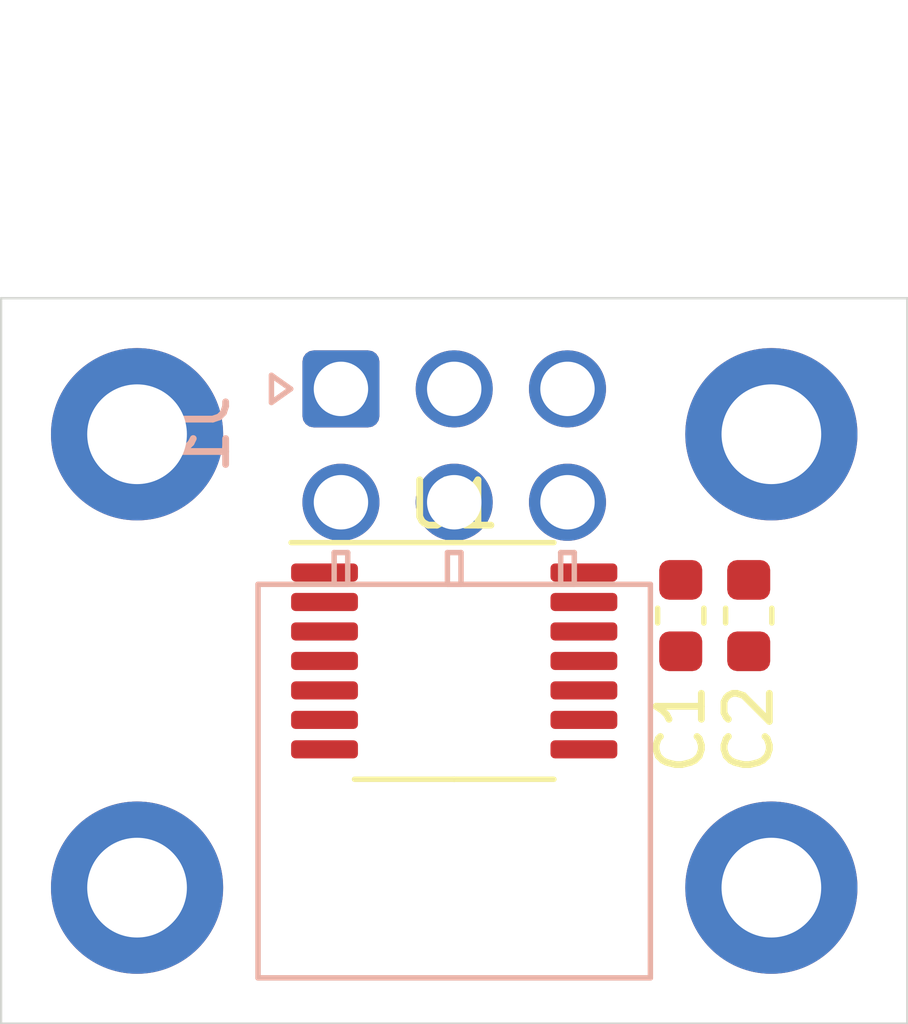
<source format=kicad_pcb>
(kicad_pcb (version 20200119) (host pcbnew "5.99.0-unknown-fd59660~101~ubuntu18.04.1")

  (general
    (thickness 1.6)
    (drawings 4)
    (tracks 0)
    (modules 8)
    (nets 13)
  )

  (page "A4")
  (layers
    (0 "F.Cu" signal)
    (31 "B.Cu" signal)
    (32 "B.Adhes" user)
    (33 "F.Adhes" user)
    (34 "B.Paste" user)
    (35 "F.Paste" user)
    (36 "B.SilkS" user)
    (37 "F.SilkS" user)
    (38 "B.Mask" user)
    (39 "F.Mask" user)
    (40 "Dwgs.User" user)
    (41 "Cmts.User" user)
    (42 "Eco1.User" user)
    (43 "Eco2.User" user)
    (44 "Edge.Cuts" user)
    (45 "Margin" user)
    (46 "B.CrtYd" user)
    (47 "F.CrtYd" user)
    (48 "B.Fab" user)
    (49 "F.Fab" user hide)
  )

  (setup
    (last_trace_width 0.25)
    (trace_clearance 0.2)
    (zone_clearance 0.508)
    (zone_45_only no)
    (trace_min 0.2)
    (via_size 0.8)
    (via_drill 0.4)
    (via_min_size 0.4)
    (via_min_drill 0.3)
    (uvia_size 0.3)
    (uvia_drill 0.1)
    (uvias_allowed no)
    (uvia_min_size 0.2)
    (uvia_min_drill 0.1)
    (max_error 0.005)
    (defaults
      (edge_clearance 0.01)
      (edge_cuts_line_width 0.05)
      (courtyard_line_width 0.05)
      (copper_line_width 0.2)
      (copper_text_dims (size 1.5 1.5) (thickness 0.3))
      (silk_line_width 0.12)
      (silk_text_dims (size 1 1) (thickness 0.15))
      (other_layers_line_width 0.1)
      (other_layers_text_dims (size 1 1) (thickness 0.15))
      (dimension_units 0)
      (dimension_precision 1)
    )
    (pad_size 1.524 1.524)
    (pad_drill 0.762)
    (pad_to_mask_clearance 0.05)
    (aux_axis_origin 0 0)
    (visible_elements FFFFFF7F)
    (pcbplotparams
      (layerselection 0x010fc_ffffffff)
      (usegerberextensions false)
      (usegerberattributes true)
      (usegerberadvancedattributes true)
      (creategerberjobfile true)
      (svguseinch false)
      (svgprecision 6)
      (excludeedgelayer true)
      (linewidth 0.100000)
      (plotframeref false)
      (viasonmask false)
      (mode 1)
      (useauxorigin false)
      (hpglpennumber 1)
      (hpglpenspeed 20)
      (hpglpendiameter 15.000000)
      (psnegative false)
      (psa4output false)
      (plotreference true)
      (plotvalue true)
      (plotinvisibletext false)
      (padsonsilk false)
      (subtractmaskfromsilk false)
      (outputformat 1)
      (mirror false)
      (drillshape 1)
      (scaleselection 1)
      (outputdirectory "")
    )
  )

  (net 0 "")
  (net 1 "GND")
  (net 2 "/MISO")
  (net 3 "/MOSI")
  (net 4 "/CS")
  (net 5 "+3V3")
  (net 6 "/SCLK")
  (net 7 "Net-(U1-Pad14)")
  (net 8 "Net-(U1-Pad10)")
  (net 9 "Net-(U1-Pad9)")
  (net 10 "Net-(U1-Pad8)")
  (net 11 "Net-(U1-Pad7)")
  (net 12 "Net-(U1-Pad6)")

  (net_class "Default" "This is the default net class."
    (clearance 0.2)
    (trace_width 0.25)
    (via_dia 0.8)
    (via_drill 0.4)
    (uvia_dia 0.3)
    (uvia_drill 0.1)
    (add_net "+3V3")
    (add_net "/CS")
    (add_net "/MISO")
    (add_net "/MOSI")
    (add_net "/SCLK")
    (add_net "GND")
    (add_net "Net-(U1-Pad10)")
    (add_net "Net-(U1-Pad14)")
    (add_net "Net-(U1-Pad6)")
    (add_net "Net-(U1-Pad7)")
    (add_net "Net-(U1-Pad8)")
    (add_net "Net-(U1-Pad9)")
  )

  (module "Connector_Molex:Molex_Nano-Fit_105314-xx06_2x03_P2.50mm_Horizontal" (layer "B.Cu") (tedit 5B782416) (tstamp 09bfa534-0ed6-4447-84b4-52d5d15e2826)
    (at 147.5 88.5 -90)
    (descr "Molex Nano-Fit Power Connectors, 105314-xx06, 3 Pins per row (http://www.molex.com/pdm_docs/sd/1053141208_sd.pdf), generated with kicad-footprint-generator")
    (tags "connector Molex Nano-Fit top entry")
    (path "/00000000-0000-0000-0000-00005ebd1757")
    (fp_text reference "J1" (at 1 3 90) (layer "B.SilkS")
      (effects (font (size 1 1) (thickness 0.15)) (justify mirror))
    )
    (fp_text value "Conn_02x03_Odd_Even" (at 0 -8.5 90) (layer "B.Fab")
      (effects (font (size 1 1) (thickness 0.15)) (justify mirror))
    )
    (fp_text user "${REFERENCE}" (at -1 3 90) (layer "B.Fab")
      (effects (font (size 1 1) (thickness 0.15)) (justify mirror))
    )
    (fp_line (start 13.38 2.22) (end -1.35 2.22) (layer "B.CrtYd") (width 0.05))
    (fp_line (start 13.38 -7.22) (end 13.38 2.22) (layer "B.CrtYd") (width 0.05))
    (fp_line (start -1.35 -7.22) (end 13.38 -7.22) (layer "B.CrtYd") (width 0.05))
    (fp_line (start -1.35 2.22) (end -1.35 -7.22) (layer "B.CrtYd") (width 0.05))
    (fp_line (start -0.3 1.534264) (end 0 1.11) (layer "B.Fab") (width 0.1))
    (fp_line (start 0.3 1.534264) (end -0.3 1.534264) (layer "B.Fab") (width 0.1))
    (fp_line (start 0 1.11) (end 0.3 1.534264) (layer "B.Fab") (width 0.1))
    (fp_line (start -0.3 1.534264) (end 0 1.11) (layer "B.SilkS") (width 0.12))
    (fp_line (start 0.3 1.534264) (end -0.3 1.534264) (layer "B.SilkS") (width 0.12))
    (fp_line (start 0 1.11) (end 0.3 1.534264) (layer "B.SilkS") (width 0.12))
    (fp_line (start 3.61 -5.15) (end 4.31 -5.15) (layer "B.SilkS") (width 0.12))
    (fp_line (start 3.61 -4.85) (end 3.61 -5.15) (layer "B.SilkS") (width 0.12))
    (fp_line (start 4.31 -4.85) (end 3.61 -4.85) (layer "B.SilkS") (width 0.12))
    (fp_line (start 4.31 -5.15) (end 4.31 -4.85) (layer "B.SilkS") (width 0.12))
    (fp_line (start 3.61 -2.65) (end 4.31 -2.65) (layer "B.SilkS") (width 0.12))
    (fp_line (start 3.61 -2.35) (end 3.61 -2.65) (layer "B.SilkS") (width 0.12))
    (fp_line (start 4.31 -2.35) (end 3.61 -2.35) (layer "B.SilkS") (width 0.12))
    (fp_line (start 4.31 -2.65) (end 4.31 -2.35) (layer "B.SilkS") (width 0.12))
    (fp_line (start 3.61 -0.15) (end 4.31 -0.15) (layer "B.SilkS") (width 0.12))
    (fp_line (start 3.61 0.15) (end 3.61 -0.15) (layer "B.SilkS") (width 0.12))
    (fp_line (start 4.31 0.15) (end 3.61 0.15) (layer "B.SilkS") (width 0.12))
    (fp_line (start 4.31 -0.15) (end 4.31 0.15) (layer "B.SilkS") (width 0.12))
    (fp_line (start 12.99 1.83) (end 4.31 1.83) (layer "B.SilkS") (width 0.12))
    (fp_line (start 12.99 -6.83) (end 12.99 1.83) (layer "B.SilkS") (width 0.12))
    (fp_line (start 4.31 -6.83) (end 12.99 -6.83) (layer "B.SilkS") (width 0.12))
    (fp_line (start 4.31 1.83) (end 4.31 -6.83) (layer "B.SilkS") (width 0.12))
    (fp_line (start 12.88 1.72) (end 4.42 1.72) (layer "B.Fab") (width 0.1))
    (fp_line (start 12.88 -6.72) (end 12.88 1.72) (layer "B.Fab") (width 0.1))
    (fp_line (start 4.42 -6.72) (end 12.88 -6.72) (layer "B.Fab") (width 0.1))
    (fp_line (start 4.42 1.72) (end 4.42 -6.72) (layer "B.Fab") (width 0.1))
    (pad "" np_thru_hole circle (at 9.68 -5 270) (size 1.7 1.7) (drill 1.7) (layers *.Cu *.Mask) (tstamp 01624293-ccb5-435c-9678-e8df4d3c87de))
    (pad "" np_thru_hole circle (at 9.68 0 270) (size 1.7 1.7) (drill 1.7) (layers *.Cu *.Mask) (tstamp 73cf4094-95ff-49c8-8c3c-45e5f5d4232e))
    (pad "6" thru_hole circle (at 2.5 -5 270) (size 1.7 1.7) (drill 1.2) (layers *.Cu *.Mask)
      (net 6 "/SCLK") (pinfunction "Pin_6") (tstamp 60629b8a-3189-4e76-9854-86d13729750c))
    (pad "5" thru_hole circle (at 2.5 -2.5 270) (size 1.7 1.7) (drill 1.2) (layers *.Cu *.Mask)
      (net 2 "/MISO") (pinfunction "Pin_5") (tstamp f5cee495-f041-44af-bceb-a4ef7c5b8910))
    (pad "4" thru_hole circle (at 2.5 0 270) (size 1.7 1.7) (drill 1.2) (layers *.Cu *.Mask)
      (net 5 "+3V3") (pinfunction "Pin_4") (tstamp 004deaf3-f5ff-4f26-bdbf-306a49c97590))
    (pad "3" thru_hole circle (at 0 -5 270) (size 1.7 1.7) (drill 1.2) (layers *.Cu *.Mask)
      (net 4 "/CS") (pinfunction "Pin_3") (tstamp 8ef56431-4a40-44a5-aea5-91b887c2efbf))
    (pad "2" thru_hole circle (at 0 -2.5 270) (size 1.7 1.7) (drill 1.2) (layers *.Cu *.Mask)
      (net 3 "/MOSI") (pinfunction "Pin_2") (tstamp 471bc07f-3774-4961-ab95-1181b73cff27))
    (pad "1" thru_hole roundrect (at 0 0 270) (size 1.7 1.7) (drill 1.2) (layers *.Cu *.Mask) (roundrect_rratio 0.147059)
      (net 1 "GND") (pinfunction "Pin_1") (tstamp ddea137a-fc15-4c92-8570-6361d254abf0))
    (model "${KIWORKSPACE}/osrf_hw_nonfree/Connectors_OSRF.3dshapes/molex_1053141106.step"
      (offset (xyz 8.6 -2.5 3.4))
      (scale (xyz 1 1 1))
      (rotate (xyz -90 0 -90))
    )
  )

  (module "MountingHole:MountingHole_2.2mm_M2_DIN965_Pad" (layer "F.Cu") (tedit 56D1B4CB) (tstamp f4ffef75-e6b1-402f-8c58-0727cd589e0d)
    (at 143 99.5)
    (descr "Mounting Hole 2.2mm, M2, DIN965")
    (tags "mounting hole 2.2mm m2 din965")
    (path "/00000000-0000-0000-0000-00005ebe7a8b")
    (attr virtual)
    (fp_text reference "H4" (at 0 -2.9) (layer "F.SilkS") hide
      (effects (font (size 1 1) (thickness 0.15)))
    )
    (fp_text value "MountingHole_Pad" (at 0 2.9) (layer "F.Fab")
      (effects (font (size 1 1) (thickness 0.15)))
    )
    (fp_circle (center 0 0) (end 2.15 0) (layer "F.CrtYd") (width 0.05))
    (fp_circle (center 0 0) (end 1.9 0) (layer "Cmts.User") (width 0.15))
    (fp_text user "${REFERENCE}" (at 0.3 0) (layer "F.Fab")
      (effects (font (size 1 1) (thickness 0.15)))
    )
    (pad "1" thru_hole circle (at 0 0) (size 3.8 3.8) (drill 2.2) (layers *.Cu *.Mask)
      (net 1 "GND") (pinfunction "1") (tstamp 34a005b1-6d76-4341-b3ca-8c799fe9a1dc))
  )

  (module "MountingHole:MountingHole_2.2mm_M2_DIN965_Pad" (layer "F.Cu") (tedit 56D1B4CB) (tstamp fae7fe05-676b-4ae9-929f-b0b124559d7f)
    (at 143 89.5)
    (descr "Mounting Hole 2.2mm, M2, DIN965")
    (tags "mounting hole 2.2mm m2 din965")
    (path "/00000000-0000-0000-0000-00005ebe6a0d")
    (attr virtual)
    (fp_text reference "H3" (at 0 -2.9) (layer "F.SilkS") hide
      (effects (font (size 1 1) (thickness 0.15)))
    )
    (fp_text value "MountingHole_Pad" (at 0 2.9) (layer "F.Fab")
      (effects (font (size 1 1) (thickness 0.15)))
    )
    (fp_circle (center 0 0) (end 2.15 0) (layer "F.CrtYd") (width 0.05))
    (fp_circle (center 0 0) (end 1.9 0) (layer "Cmts.User") (width 0.15))
    (fp_text user "${REFERENCE}" (at 0.3 0) (layer "F.Fab")
      (effects (font (size 1 1) (thickness 0.15)))
    )
    (pad "1" thru_hole circle (at 0 0) (size 3.8 3.8) (drill 2.2) (layers *.Cu *.Mask)
      (net 1 "GND") (pinfunction "1") (tstamp 34a005b1-6d76-4341-b3ca-8c799fe9a1dc))
  )

  (module "MountingHole:MountingHole_2.2mm_M2_DIN965_Pad" (layer "F.Cu") (tedit 56D1B4CB) (tstamp 7955f4dd-eae9-4d97-83e6-18536f1c41c3)
    (at 157 99.5)
    (descr "Mounting Hole 2.2mm, M2, DIN965")
    (tags "mounting hole 2.2mm m2 din965")
    (path "/00000000-0000-0000-0000-00005ebe5d29")
    (attr virtual)
    (fp_text reference "H2" (at 0 -2.9) (layer "F.SilkS") hide
      (effects (font (size 1 1) (thickness 0.15)))
    )
    (fp_text value "MountingHole_Pad" (at 0 2.9) (layer "F.Fab")
      (effects (font (size 1 1) (thickness 0.15)))
    )
    (fp_circle (center 0 0) (end 2.15 0) (layer "F.CrtYd") (width 0.05))
    (fp_circle (center 0 0) (end 1.9 0) (layer "Cmts.User") (width 0.15))
    (fp_text user "${REFERENCE}" (at 0.3 0) (layer "F.Fab")
      (effects (font (size 1 1) (thickness 0.15)))
    )
    (pad "1" thru_hole circle (at 0 0) (size 3.8 3.8) (drill 2.2) (layers *.Cu *.Mask)
      (net 1 "GND") (pinfunction "1") (tstamp 34a005b1-6d76-4341-b3ca-8c799fe9a1dc))
  )

  (module "MountingHole:MountingHole_2.2mm_M2_DIN965_Pad" (layer "F.Cu") (tedit 56D1B4CB) (tstamp c036c162-17cc-4a43-b63b-2bbfcec64158)
    (at 157 89.5)
    (descr "Mounting Hole 2.2mm, M2, DIN965")
    (tags "mounting hole 2.2mm m2 din965")
    (path "/00000000-0000-0000-0000-00005ebe3979")
    (attr virtual)
    (fp_text reference "H1" (at 0 -2.9) (layer "F.SilkS") hide
      (effects (font (size 1 1) (thickness 0.15)))
    )
    (fp_text value "MountingHole_Pad" (at 0 2.9) (layer "F.Fab")
      (effects (font (size 1 1) (thickness 0.15)))
    )
    (fp_circle (center 0 0) (end 2.15 0) (layer "F.CrtYd") (width 0.05))
    (fp_circle (center 0 0) (end 1.9 0) (layer "Cmts.User") (width 0.15))
    (fp_text user "${REFERENCE}" (at 0.3 0) (layer "F.Fab")
      (effects (font (size 1 1) (thickness 0.15)))
    )
    (pad "1" thru_hole circle (at 0 0) (size 3.8 3.8) (drill 2.2) (layers *.Cu *.Mask)
      (net 1 "GND") (pinfunction "1") (tstamp 34a005b1-6d76-4341-b3ca-8c799fe9a1dc))
  )

  (module "Capacitor_SMD:C_0603_1608Metric" (layer "F.Cu") (tedit 5B301BBE) (tstamp 16aa98b6-7744-4b33-b32a-0b35f2f66ace)
    (at 156.5 93.5 90)
    (descr "Capacitor SMD 0603 (1608 Metric), square (rectangular) end terminal, IPC_7351 nominal, (Body size source: http://www.tortai-tech.com/upload/download/2011102023233369053.pdf), generated with kicad-footprint-generator")
    (tags "capacitor")
    (path "/00000000-0000-0000-0000-00005ebc3076")
    (attr smd)
    (fp_text reference "C2" (at -2.5 0 90) (layer "F.SilkS")
      (effects (font (size 1 1) (thickness 0.15)))
    )
    (fp_text value "10u" (at 0 1.43 90) (layer "F.Fab")
      (effects (font (size 1 1) (thickness 0.15)))
    )
    (fp_text user "${REFERENCE}" (at 0 0 90) (layer "F.Fab")
      (effects (font (size 0.4 0.4) (thickness 0.06)))
    )
    (fp_line (start 1.48 0.73) (end -1.48 0.73) (layer "F.CrtYd") (width 0.05))
    (fp_line (start 1.48 -0.73) (end 1.48 0.73) (layer "F.CrtYd") (width 0.05))
    (fp_line (start -1.48 -0.73) (end 1.48 -0.73) (layer "F.CrtYd") (width 0.05))
    (fp_line (start -1.48 0.73) (end -1.48 -0.73) (layer "F.CrtYd") (width 0.05))
    (fp_line (start -0.162779 0.51) (end 0.162779 0.51) (layer "F.SilkS") (width 0.12))
    (fp_line (start -0.162779 -0.51) (end 0.162779 -0.51) (layer "F.SilkS") (width 0.12))
    (fp_line (start 0.8 0.4) (end -0.8 0.4) (layer "F.Fab") (width 0.1))
    (fp_line (start 0.8 -0.4) (end 0.8 0.4) (layer "F.Fab") (width 0.1))
    (fp_line (start -0.8 -0.4) (end 0.8 -0.4) (layer "F.Fab") (width 0.1))
    (fp_line (start -0.8 0.4) (end -0.8 -0.4) (layer "F.Fab") (width 0.1))
    (pad "2" smd roundrect (at 0.7875 0 90) (size 0.875 0.95) (layers "F.Cu" "F.Paste" "F.Mask") (roundrect_rratio 0.25)
      (net 1 "GND") (tstamp c316d0ed-3935-4d03-8f6c-f6d9fd7f5d06))
    (pad "1" smd roundrect (at -0.7875 0 90) (size 0.875 0.95) (layers "F.Cu" "F.Paste" "F.Mask") (roundrect_rratio 0.25)
      (net 5 "+3V3") (tstamp 5f332e81-0c10-4c74-a31d-ace3e1f3de03))
    (model "${KISYS3DMOD}/Capacitor_SMD.3dshapes/C_0603_1608Metric.wrl"
      (at (xyz 0 0 0))
      (scale (xyz 1 1 1))
      (rotate (xyz 0 0 0))
    )
  )

  (module "Capacitor_SMD:C_0603_1608Metric" (layer "F.Cu") (tedit 5B301BBE) (tstamp a44649ed-3f73-4db9-bb25-1a45672d83b0)
    (at 155 93.5 90)
    (descr "Capacitor SMD 0603 (1608 Metric), square (rectangular) end terminal, IPC_7351 nominal, (Body size source: http://www.tortai-tech.com/upload/download/2011102023233369053.pdf), generated with kicad-footprint-generator")
    (tags "capacitor")
    (path "/00000000-0000-0000-0000-00005ebc2cfd")
    (attr smd)
    (fp_text reference "C1" (at -2.5 0 90) (layer "F.SilkS")
      (effects (font (size 1 1) (thickness 0.15)))
    )
    (fp_text value "100n" (at 0 1.43 90) (layer "F.Fab")
      (effects (font (size 1 1) (thickness 0.15)))
    )
    (fp_text user "${REFERENCE}" (at 0 0 90) (layer "F.Fab")
      (effects (font (size 0.4 0.4) (thickness 0.06)))
    )
    (fp_line (start 1.48 0.73) (end -1.48 0.73) (layer "F.CrtYd") (width 0.05))
    (fp_line (start 1.48 -0.73) (end 1.48 0.73) (layer "F.CrtYd") (width 0.05))
    (fp_line (start -1.48 -0.73) (end 1.48 -0.73) (layer "F.CrtYd") (width 0.05))
    (fp_line (start -1.48 0.73) (end -1.48 -0.73) (layer "F.CrtYd") (width 0.05))
    (fp_line (start -0.162779 0.51) (end 0.162779 0.51) (layer "F.SilkS") (width 0.12))
    (fp_line (start -0.162779 -0.51) (end 0.162779 -0.51) (layer "F.SilkS") (width 0.12))
    (fp_line (start 0.8 0.4) (end -0.8 0.4) (layer "F.Fab") (width 0.1))
    (fp_line (start 0.8 -0.4) (end 0.8 0.4) (layer "F.Fab") (width 0.1))
    (fp_line (start -0.8 -0.4) (end 0.8 -0.4) (layer "F.Fab") (width 0.1))
    (fp_line (start -0.8 0.4) (end -0.8 -0.4) (layer "F.Fab") (width 0.1))
    (pad "2" smd roundrect (at 0.7875 0 90) (size 0.875 0.95) (layers "F.Cu" "F.Paste" "F.Mask") (roundrect_rratio 0.25)
      (net 1 "GND") (tstamp c316d0ed-3935-4d03-8f6c-f6d9fd7f5d06))
    (pad "1" smd roundrect (at -0.7875 0 90) (size 0.875 0.95) (layers "F.Cu" "F.Paste" "F.Mask") (roundrect_rratio 0.25)
      (net 5 "+3V3") (tstamp 5f332e81-0c10-4c74-a31d-ace3e1f3de03))
    (model "${KISYS3DMOD}/Capacitor_SMD.3dshapes/C_0603_1608Metric.wrl"
      (at (xyz 0 0 0))
      (scale (xyz 1 1 1))
      (rotate (xyz 0 0 0))
    )
  )

  (module "Package_SO:TSSOP-14_4.4x5mm_P0.65mm" (layer "F.Cu") (tedit 5E476F32) (tstamp 3fec7bb8-de38-4078-bdf0-28c3a323353f)
    (at 150 94.5)
    (descr "TSSOP, 14 Pin (JEDEC MO-153 Var AB-1 https://www.jedec.org/document_search?search_api_views_fulltext=MO-153), generated with kicad-footprint-generator ipc_gullwing_generator.py")
    (tags "TSSOP SO")
    (path "/00000000-0000-0000-0000-00005ebbe666")
    (attr smd)
    (fp_text reference "U1" (at 0 -3.45) (layer "F.SilkS")
      (effects (font (size 1 1) (thickness 0.15)))
    )
    (fp_text value "AS5047U" (at 0 3.45) (layer "F.Fab")
      (effects (font (size 1 1) (thickness 0.15)))
    )
    (fp_text user "${REFERENCE}" (at 0 0) (layer "F.Fab")
      (effects (font (size 1 1) (thickness 0.15)))
    )
    (fp_line (start 3.85 -2.75) (end -3.85 -2.75) (layer "F.CrtYd") (width 0.05))
    (fp_line (start 3.85 2.75) (end 3.85 -2.75) (layer "F.CrtYd") (width 0.05))
    (fp_line (start -3.85 2.75) (end 3.85 2.75) (layer "F.CrtYd") (width 0.05))
    (fp_line (start -3.85 -2.75) (end -3.85 2.75) (layer "F.CrtYd") (width 0.05))
    (fp_line (start -2.2 -1.5) (end -1.2 -2.5) (layer "F.Fab") (width 0.1))
    (fp_line (start -2.2 2.5) (end -2.2 -1.5) (layer "F.Fab") (width 0.1))
    (fp_line (start 2.2 2.5) (end -2.2 2.5) (layer "F.Fab") (width 0.1))
    (fp_line (start 2.2 -2.5) (end 2.2 2.5) (layer "F.Fab") (width 0.1))
    (fp_line (start -1.2 -2.5) (end 2.2 -2.5) (layer "F.Fab") (width 0.1))
    (fp_line (start 0 -2.61) (end -3.6 -2.61) (layer "F.SilkS") (width 0.12))
    (fp_line (start 0 -2.61) (end 2.2 -2.61) (layer "F.SilkS") (width 0.12))
    (fp_line (start 0 2.61) (end -2.2 2.61) (layer "F.SilkS") (width 0.12))
    (fp_line (start 0 2.61) (end 2.2 2.61) (layer "F.SilkS") (width 0.12))
    (pad "14" smd roundrect (at 2.8625 -1.95) (size 1.475 0.4) (layers "F.Cu" "F.Paste" "F.Mask") (roundrect_rratio 0.25)
      (net 7 "Net-(U1-Pad14)") (pinfunction "I") (tstamp 7fda9698-8611-4d69-aa46-75b81018e772))
    (pad "13" smd roundrect (at 2.8625 -1.3) (size 1.475 0.4) (layers "F.Cu" "F.Paste" "F.Mask") (roundrect_rratio 0.25)
      (net 1 "GND") (pinfunction "GND") (tstamp b903544e-0f9e-4189-9e8d-1f453cb1972b))
    (pad "12" smd roundrect (at 2.8625 -0.65) (size 1.475 0.4) (layers "F.Cu" "F.Paste" "F.Mask") (roundrect_rratio 0.25)
      (net 5 "+3V3") (pinfunction "VDD3V3") (tstamp 33a03324-9e07-4781-b264-597332b46d88))
    (pad "11" smd roundrect (at 2.8625 0) (size 1.475 0.4) (layers "F.Cu" "F.Paste" "F.Mask") (roundrect_rratio 0.25)
      (net 5 "+3V3") (pinfunction "VDD") (tstamp 411d5a90-70c1-4827-aae9-a68da784bd1b))
    (pad "10" smd roundrect (at 2.8625 0.65) (size 1.475 0.4) (layers "F.Cu" "F.Paste" "F.Mask") (roundrect_rratio 0.25)
      (net 8 "Net-(U1-Pad10)") (pinfunction "U") (tstamp 83bc2a08-2a21-43fe-b866-46dd9aab8c28))
    (pad "9" smd roundrect (at 2.8625 1.3) (size 1.475 0.4) (layers "F.Cu" "F.Paste" "F.Mask") (roundrect_rratio 0.25)
      (net 9 "Net-(U1-Pad9)") (pinfunction "V") (tstamp bc7b3165-6718-45ba-8f10-eeb03e6a1ce9))
    (pad "8" smd roundrect (at 2.8625 1.95) (size 1.475 0.4) (layers "F.Cu" "F.Paste" "F.Mask") (roundrect_rratio 0.25)
      (net 10 "Net-(U1-Pad8)") (pinfunction "W") (tstamp d1fc417a-9a69-4e13-a017-8fa34a4276c0))
    (pad "7" smd roundrect (at -2.8625 1.95) (size 1.475 0.4) (layers "F.Cu" "F.Paste" "F.Mask") (roundrect_rratio 0.25)
      (net 11 "Net-(U1-Pad7)") (pinfunction "A") (tstamp ea44cd81-47dd-476f-8bf5-1c44356da0ef))
    (pad "6" smd roundrect (at -2.8625 1.3) (size 1.475 0.4) (layers "F.Cu" "F.Paste" "F.Mask") (roundrect_rratio 0.25)
      (net 12 "Net-(U1-Pad6)") (pinfunction "B") (tstamp d6f26b9f-4ffa-43d1-816b-e46181f596ec))
    (pad "5" smd roundrect (at -2.8625 0.65) (size 1.475 0.4) (layers "F.Cu" "F.Paste" "F.Mask") (roundrect_rratio 0.25)
      (net 1 "GND") (pinfunction "TEST") (tstamp 58617631-0575-4244-bee7-349af99afb45))
    (pad "4" smd roundrect (at -2.8625 0) (size 1.475 0.4) (layers "F.Cu" "F.Paste" "F.Mask") (roundrect_rratio 0.25)
      (net 3 "/MOSI") (pinfunction "MOSI") (tstamp 6039ee49-b100-47f5-987f-b11ff5656d5d))
    (pad "3" smd roundrect (at -2.8625 -0.65) (size 1.475 0.4) (layers "F.Cu" "F.Paste" "F.Mask") (roundrect_rratio 0.25)
      (net 2 "/MISO") (pinfunction "MISO") (tstamp fe4bfba5-7960-4fd4-8cf7-966e9c43b7a9))
    (pad "2" smd roundrect (at -2.8625 -1.3) (size 1.475 0.4) (layers "F.Cu" "F.Paste" "F.Mask") (roundrect_rratio 0.25)
      (net 6 "/SCLK") (pinfunction "CLK") (tstamp b2bec0b1-b49f-4532-9bbe-acd23c5ed9bb))
    (pad "1" smd roundrect (at -2.8625 -1.95) (size 1.475 0.4) (layers "F.Cu" "F.Paste" "F.Mask") (roundrect_rratio 0.25)
      (net 4 "/CS") (pinfunction "CS") (tstamp 712a3b34-93be-49de-9438-2c7b154fbe3d))
    (model "${KISYS3DMOD}/Package_SO.3dshapes/TSSOP-14_4.4x5mm_P0.65mm.wrl"
      (at (xyz 0 0 0))
      (scale (xyz 1 1 1))
      (rotate (xyz 0 0 0))
    )
  )

  (gr_line (start 140 102.5) (end 140 86.5) (layer "Edge.Cuts") (width 0.05) (tstamp 412c512e-157f-40f3-adb8-88d73845f358))
  (gr_line (start 160 102.5) (end 140 102.5) (layer "Edge.Cuts") (width 0.05) (tstamp 60ffbef9-08dc-4a0e-a730-44ee3574eac8))
  (gr_line (start 160 86.5) (end 160 102.5) (layer "Edge.Cuts") (width 0.05) (tstamp 4ab2b98a-c0ac-4dd1-9284-8f16d28c5ba7))
  (gr_line (start 140 86.5) (end 160 86.5) (layer "Edge.Cuts") (width 0.05) (tstamp 4822710e-1ddd-407f-bf32-89191d86716b))

)

</source>
